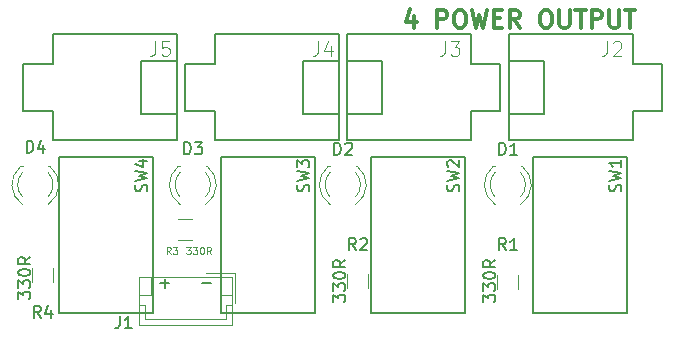
<source format=gbr>
%TF.GenerationSoftware,KiCad,Pcbnew,(5.1.9)-1*%
%TF.CreationDate,2021-03-02T23:28:56+00:00*%
%TF.ProjectId,Four Power Outlet,466f7572-2050-46f7-9765-72204f75746c,rev?*%
%TF.SameCoordinates,Original*%
%TF.FileFunction,Legend,Top*%
%TF.FilePolarity,Positive*%
%FSLAX46Y46*%
G04 Gerber Fmt 4.6, Leading zero omitted, Abs format (unit mm)*
G04 Created by KiCad (PCBNEW (5.1.9)-1) date 2021-03-02 23:28:56*
%MOMM*%
%LPD*%
G01*
G04 APERTURE LIST*
%ADD10C,0.300000*%
%ADD11C,0.150000*%
%ADD12C,0.120000*%
%ADD13C,0.127000*%
%ADD14C,0.100000*%
%ADD15C,0.101600*%
G04 APERTURE END LIST*
D10*
X110197428Y-101278571D02*
X110197428Y-102278571D01*
X109840285Y-100707142D02*
X109483142Y-101778571D01*
X110411714Y-101778571D01*
X112126000Y-102278571D02*
X112126000Y-100778571D01*
X112697428Y-100778571D01*
X112840285Y-100850000D01*
X112911714Y-100921428D01*
X112983142Y-101064285D01*
X112983142Y-101278571D01*
X112911714Y-101421428D01*
X112840285Y-101492857D01*
X112697428Y-101564285D01*
X112126000Y-101564285D01*
X113911714Y-100778571D02*
X114197428Y-100778571D01*
X114340285Y-100850000D01*
X114483142Y-100992857D01*
X114554571Y-101278571D01*
X114554571Y-101778571D01*
X114483142Y-102064285D01*
X114340285Y-102207142D01*
X114197428Y-102278571D01*
X113911714Y-102278571D01*
X113768857Y-102207142D01*
X113626000Y-102064285D01*
X113554571Y-101778571D01*
X113554571Y-101278571D01*
X113626000Y-100992857D01*
X113768857Y-100850000D01*
X113911714Y-100778571D01*
X115054571Y-100778571D02*
X115411714Y-102278571D01*
X115697428Y-101207142D01*
X115983142Y-102278571D01*
X116340285Y-100778571D01*
X116911714Y-101492857D02*
X117411714Y-101492857D01*
X117626000Y-102278571D02*
X116911714Y-102278571D01*
X116911714Y-100778571D01*
X117626000Y-100778571D01*
X119126000Y-102278571D02*
X118626000Y-101564285D01*
X118268857Y-102278571D02*
X118268857Y-100778571D01*
X118840285Y-100778571D01*
X118983142Y-100850000D01*
X119054571Y-100921428D01*
X119126000Y-101064285D01*
X119126000Y-101278571D01*
X119054571Y-101421428D01*
X118983142Y-101492857D01*
X118840285Y-101564285D01*
X118268857Y-101564285D01*
X121197428Y-100778571D02*
X121483142Y-100778571D01*
X121626000Y-100850000D01*
X121768857Y-100992857D01*
X121840285Y-101278571D01*
X121840285Y-101778571D01*
X121768857Y-102064285D01*
X121626000Y-102207142D01*
X121483142Y-102278571D01*
X121197428Y-102278571D01*
X121054571Y-102207142D01*
X120911714Y-102064285D01*
X120840285Y-101778571D01*
X120840285Y-101278571D01*
X120911714Y-100992857D01*
X121054571Y-100850000D01*
X121197428Y-100778571D01*
X122483142Y-100778571D02*
X122483142Y-101992857D01*
X122554571Y-102135714D01*
X122626000Y-102207142D01*
X122768857Y-102278571D01*
X123054571Y-102278571D01*
X123197428Y-102207142D01*
X123268857Y-102135714D01*
X123340285Y-101992857D01*
X123340285Y-100778571D01*
X123840285Y-100778571D02*
X124697428Y-100778571D01*
X124268857Y-102278571D02*
X124268857Y-100778571D01*
X125197428Y-102278571D02*
X125197428Y-100778571D01*
X125768857Y-100778571D01*
X125911714Y-100850000D01*
X125983142Y-100921428D01*
X126054571Y-101064285D01*
X126054571Y-101278571D01*
X125983142Y-101421428D01*
X125911714Y-101492857D01*
X125768857Y-101564285D01*
X125197428Y-101564285D01*
X126697428Y-100778571D02*
X126697428Y-101992857D01*
X126768857Y-102135714D01*
X126840285Y-102207142D01*
X126983142Y-102278571D01*
X127268857Y-102278571D01*
X127411714Y-102207142D01*
X127483142Y-102135714D01*
X127554571Y-101992857D01*
X127554571Y-100778571D01*
X128054571Y-100778571D02*
X128911714Y-100778571D01*
X128483142Y-102278571D02*
X128483142Y-100778571D01*
D11*
X88662142Y-123896428D02*
X89424047Y-123896428D01*
X89043095Y-124277380D02*
X89043095Y-123515476D01*
X92185952Y-123896428D02*
X92947857Y-123896428D01*
D12*
%TO.C,J1*%
X95025000Y-123080000D02*
X92525000Y-123080000D01*
X95025000Y-125580000D02*
X95025000Y-123080000D01*
X87925000Y-124880000D02*
X87925000Y-123380000D01*
X86925000Y-124880000D02*
X87925000Y-124880000D01*
X93725000Y-124880000D02*
X93725000Y-123380000D01*
X94725000Y-124880000D02*
X93725000Y-124880000D01*
X87425000Y-125730000D02*
X86925000Y-125730000D01*
X87425000Y-126980000D02*
X87425000Y-125730000D01*
X94225000Y-126980000D02*
X87425000Y-126980000D01*
X94225000Y-125730000D02*
X94225000Y-126980000D01*
X94725000Y-125730000D02*
X94225000Y-125730000D01*
X86925000Y-127480000D02*
X94725000Y-127480000D01*
X86925000Y-123380000D02*
X86925000Y-127480000D01*
X94725000Y-123380000D02*
X86925000Y-123380000D01*
X94725000Y-127480000D02*
X94725000Y-123380000D01*
D11*
%TO.C,SW4*%
X80075000Y-126460000D02*
X88075000Y-126460000D01*
X88075000Y-126460000D02*
X88075000Y-113260000D01*
X88075000Y-113260000D02*
X80075000Y-113260000D01*
X80075000Y-113260000D02*
X80075000Y-126460000D01*
D12*
%TO.C,R1*%
X117230000Y-124425000D02*
X117230000Y-123225000D01*
X118990000Y-123225000D02*
X118990000Y-124425000D01*
D11*
%TO.C,SW3*%
X93790000Y-126460000D02*
X101790000Y-126460000D01*
X101790000Y-126460000D02*
X101790000Y-113260000D01*
X101790000Y-113260000D02*
X93790000Y-113260000D01*
X93790000Y-113260000D02*
X93790000Y-126460000D01*
%TO.C,SW2*%
X106500000Y-126460000D02*
X114500000Y-126460000D01*
X114500000Y-126460000D02*
X114500000Y-113260000D01*
X114500000Y-113260000D02*
X106500000Y-113260000D01*
X106500000Y-113260000D02*
X106500000Y-126460000D01*
%TO.C,SW1*%
X120200000Y-126460000D02*
X128200000Y-126460000D01*
X128200000Y-126460000D02*
X128200000Y-113260000D01*
X128200000Y-113260000D02*
X120200000Y-113260000D01*
X120200000Y-113260000D02*
X120200000Y-126460000D01*
D12*
%TO.C,R4*%
X77860000Y-123790000D02*
X77860000Y-122590000D01*
X79620000Y-122590000D02*
X79620000Y-123790000D01*
%TO.C,R3*%
X90205000Y-118500000D02*
X91405000Y-118500000D01*
X91405000Y-120260000D02*
X90205000Y-120260000D01*
%TO.C,R2*%
X104530000Y-124345000D02*
X104530000Y-123145000D01*
X106290000Y-123145000D02*
X106290000Y-124345000D01*
D13*
%TO.C,J5*%
X77074000Y-109315000D02*
X77074000Y-105315000D01*
X77074000Y-109315000D02*
X79574000Y-109315000D01*
X77374000Y-105315000D02*
X77074000Y-105315000D01*
X79574000Y-105315000D02*
X77402000Y-105315000D01*
X87074000Y-109565000D02*
X90074000Y-109565000D01*
X87074000Y-105065000D02*
X87074000Y-109565000D01*
X90074000Y-105065000D02*
X87074000Y-105065000D01*
X79574000Y-111815000D02*
X90074000Y-111815000D01*
X79574000Y-109315000D02*
X79574000Y-111815000D01*
X79574000Y-102815000D02*
X79574000Y-105315000D01*
X90074000Y-102815000D02*
X79574000Y-102815000D01*
X90074000Y-108815000D02*
X90074000Y-111815000D01*
X90074000Y-105815000D02*
X90074000Y-108815000D01*
X90074000Y-102815000D02*
X90074000Y-105815000D01*
%TO.C,J4*%
X90790000Y-109315000D02*
X90790000Y-105315000D01*
X90790000Y-109315000D02*
X93290000Y-109315000D01*
X91090000Y-105315000D02*
X90790000Y-105315000D01*
X93290000Y-105315000D02*
X91118000Y-105315000D01*
X100790000Y-109565000D02*
X103790000Y-109565000D01*
X100790000Y-105065000D02*
X100790000Y-109565000D01*
X103790000Y-105065000D02*
X100790000Y-105065000D01*
X93290000Y-111815000D02*
X103790000Y-111815000D01*
X93290000Y-109315000D02*
X93290000Y-111815000D01*
X93290000Y-102815000D02*
X93290000Y-105315000D01*
X103790000Y-102815000D02*
X93290000Y-102815000D01*
X103790000Y-108815000D02*
X103790000Y-111815000D01*
X103790000Y-105815000D02*
X103790000Y-108815000D01*
X103790000Y-102815000D02*
X103790000Y-105815000D01*
%TO.C,J3*%
X117490000Y-105315000D02*
X117490000Y-109315000D01*
X117490000Y-105315000D02*
X114990000Y-105315000D01*
X117190000Y-109315000D02*
X117490000Y-109315000D01*
X114990000Y-109315000D02*
X117162000Y-109315000D01*
X107490000Y-105065000D02*
X104490000Y-105065000D01*
X107490000Y-109565000D02*
X107490000Y-105065000D01*
X104490000Y-109565000D02*
X107490000Y-109565000D01*
X114990000Y-102815000D02*
X104490000Y-102815000D01*
X114990000Y-105315000D02*
X114990000Y-102815000D01*
X114990000Y-111815000D02*
X114990000Y-109315000D01*
X104490000Y-111815000D02*
X114990000Y-111815000D01*
X104490000Y-105815000D02*
X104490000Y-102815000D01*
X104490000Y-108815000D02*
X104490000Y-105815000D01*
X104490000Y-111815000D02*
X104490000Y-108815000D01*
%TO.C,J2*%
X131206000Y-105315000D02*
X131206000Y-109315000D01*
X131206000Y-105315000D02*
X128706000Y-105315000D01*
X130906000Y-109315000D02*
X131206000Y-109315000D01*
X128706000Y-109315000D02*
X130878000Y-109315000D01*
X121206000Y-105065000D02*
X118206000Y-105065000D01*
X121206000Y-109565000D02*
X121206000Y-105065000D01*
X118206000Y-109565000D02*
X121206000Y-109565000D01*
X128706000Y-102815000D02*
X118206000Y-102815000D01*
X128706000Y-105315000D02*
X128706000Y-102815000D01*
X128706000Y-111815000D02*
X128706000Y-109315000D01*
X118206000Y-111815000D02*
X128706000Y-111815000D01*
X118206000Y-105815000D02*
X118206000Y-102815000D01*
X118206000Y-108815000D02*
X118206000Y-105815000D01*
X118206000Y-111815000D02*
X118206000Y-108815000D01*
D12*
%TO.C,D4*%
X77025000Y-114010000D02*
X76869000Y-114010000D01*
X79341000Y-114010000D02*
X79185000Y-114010000D01*
X79183608Y-117242335D02*
G75*
G03*
X79340516Y-114010000I-1078608J1672335D01*
G01*
X77026392Y-117242335D02*
G75*
G02*
X76869484Y-114010000I1078608J1672335D01*
G01*
X79184837Y-116611130D02*
G75*
G03*
X79185000Y-114529039I-1079837J1041130D01*
G01*
X77025163Y-116611130D02*
G75*
G02*
X77025000Y-114529039I1079837J1041130D01*
G01*
%TO.C,D3*%
X90360000Y-114010000D02*
X90204000Y-114010000D01*
X92676000Y-114010000D02*
X92520000Y-114010000D01*
X92518608Y-117242335D02*
G75*
G03*
X92675516Y-114010000I-1078608J1672335D01*
G01*
X90361392Y-117242335D02*
G75*
G02*
X90204484Y-114010000I1078608J1672335D01*
G01*
X92519837Y-116611130D02*
G75*
G03*
X92520000Y-114529039I-1079837J1041130D01*
G01*
X90360163Y-116611130D02*
G75*
G02*
X90360000Y-114529039I1079837J1041130D01*
G01*
%TO.C,D2*%
X103060000Y-114010000D02*
X102904000Y-114010000D01*
X105376000Y-114010000D02*
X105220000Y-114010000D01*
X105218608Y-117242335D02*
G75*
G03*
X105375516Y-114010000I-1078608J1672335D01*
G01*
X103061392Y-117242335D02*
G75*
G02*
X102904484Y-114010000I1078608J1672335D01*
G01*
X105219837Y-116611130D02*
G75*
G03*
X105220000Y-114529039I-1079837J1041130D01*
G01*
X103060163Y-116611130D02*
G75*
G02*
X103060000Y-114529039I1079837J1041130D01*
G01*
%TO.C,D1*%
X117030000Y-114010000D02*
X116874000Y-114010000D01*
X119346000Y-114010000D02*
X119190000Y-114010000D01*
X119188608Y-117242335D02*
G75*
G03*
X119345516Y-114010000I-1078608J1672335D01*
G01*
X117031392Y-117242335D02*
G75*
G02*
X116874484Y-114010000I1078608J1672335D01*
G01*
X119189837Y-116611130D02*
G75*
G03*
X119190000Y-114529039I-1079837J1041130D01*
G01*
X117030163Y-116611130D02*
G75*
G02*
X117030000Y-114529039I1079837J1041130D01*
G01*
%TO.C,J1*%
D11*
X85264666Y-126706380D02*
X85264666Y-127420666D01*
X85217047Y-127563523D01*
X85121809Y-127658761D01*
X84978952Y-127706380D01*
X84883714Y-127706380D01*
X86264666Y-127706380D02*
X85693238Y-127706380D01*
X85978952Y-127706380D02*
X85978952Y-126706380D01*
X85883714Y-126849238D01*
X85788476Y-126944476D01*
X85693238Y-126992095D01*
%TO.C,SW4*%
X87526761Y-116141333D02*
X87574380Y-115998476D01*
X87574380Y-115760380D01*
X87526761Y-115665142D01*
X87479142Y-115617523D01*
X87383904Y-115569904D01*
X87288666Y-115569904D01*
X87193428Y-115617523D01*
X87145809Y-115665142D01*
X87098190Y-115760380D01*
X87050571Y-115950857D01*
X87002952Y-116046095D01*
X86955333Y-116093714D01*
X86860095Y-116141333D01*
X86764857Y-116141333D01*
X86669619Y-116093714D01*
X86622000Y-116046095D01*
X86574380Y-115950857D01*
X86574380Y-115712761D01*
X86622000Y-115569904D01*
X86574380Y-115236571D02*
X87574380Y-114998476D01*
X86860095Y-114808000D01*
X87574380Y-114617523D01*
X86574380Y-114379428D01*
X86907714Y-113569904D02*
X87574380Y-113569904D01*
X86526761Y-113808000D02*
X87241047Y-114046095D01*
X87241047Y-113427047D01*
%TO.C,R1*%
X117943333Y-121102380D02*
X117610000Y-120626190D01*
X117371904Y-121102380D02*
X117371904Y-120102380D01*
X117752857Y-120102380D01*
X117848095Y-120150000D01*
X117895714Y-120197619D01*
X117943333Y-120292857D01*
X117943333Y-120435714D01*
X117895714Y-120530952D01*
X117848095Y-120578571D01*
X117752857Y-120626190D01*
X117371904Y-120626190D01*
X118895714Y-121102380D02*
X118324285Y-121102380D01*
X118610000Y-121102380D02*
X118610000Y-120102380D01*
X118514761Y-120245238D01*
X118419523Y-120340476D01*
X118324285Y-120388095D01*
X116038380Y-125483714D02*
X116038380Y-124864666D01*
X116419333Y-125198000D01*
X116419333Y-125055142D01*
X116466952Y-124959904D01*
X116514571Y-124912285D01*
X116609809Y-124864666D01*
X116847904Y-124864666D01*
X116943142Y-124912285D01*
X116990761Y-124959904D01*
X117038380Y-125055142D01*
X117038380Y-125340857D01*
X116990761Y-125436095D01*
X116943142Y-125483714D01*
X116038380Y-124531333D02*
X116038380Y-123912285D01*
X116419333Y-124245619D01*
X116419333Y-124102761D01*
X116466952Y-124007523D01*
X116514571Y-123959904D01*
X116609809Y-123912285D01*
X116847904Y-123912285D01*
X116943142Y-123959904D01*
X116990761Y-124007523D01*
X117038380Y-124102761D01*
X117038380Y-124388476D01*
X116990761Y-124483714D01*
X116943142Y-124531333D01*
X116038380Y-123293238D02*
X116038380Y-123198000D01*
X116086000Y-123102761D01*
X116133619Y-123055142D01*
X116228857Y-123007523D01*
X116419333Y-122959904D01*
X116657428Y-122959904D01*
X116847904Y-123007523D01*
X116943142Y-123055142D01*
X116990761Y-123102761D01*
X117038380Y-123198000D01*
X117038380Y-123293238D01*
X116990761Y-123388476D01*
X116943142Y-123436095D01*
X116847904Y-123483714D01*
X116657428Y-123531333D01*
X116419333Y-123531333D01*
X116228857Y-123483714D01*
X116133619Y-123436095D01*
X116086000Y-123388476D01*
X116038380Y-123293238D01*
X117038380Y-121959904D02*
X116562190Y-122293238D01*
X117038380Y-122531333D02*
X116038380Y-122531333D01*
X116038380Y-122150380D01*
X116086000Y-122055142D01*
X116133619Y-122007523D01*
X116228857Y-121959904D01*
X116371714Y-121959904D01*
X116466952Y-122007523D01*
X116514571Y-122055142D01*
X116562190Y-122150380D01*
X116562190Y-122531333D01*
%TO.C,SW3*%
X101242761Y-116141333D02*
X101290380Y-115998476D01*
X101290380Y-115760380D01*
X101242761Y-115665142D01*
X101195142Y-115617523D01*
X101099904Y-115569904D01*
X101004666Y-115569904D01*
X100909428Y-115617523D01*
X100861809Y-115665142D01*
X100814190Y-115760380D01*
X100766571Y-115950857D01*
X100718952Y-116046095D01*
X100671333Y-116093714D01*
X100576095Y-116141333D01*
X100480857Y-116141333D01*
X100385619Y-116093714D01*
X100338000Y-116046095D01*
X100290380Y-115950857D01*
X100290380Y-115712761D01*
X100338000Y-115569904D01*
X100290380Y-115236571D02*
X101290380Y-114998476D01*
X100576095Y-114808000D01*
X101290380Y-114617523D01*
X100290380Y-114379428D01*
X100290380Y-114093714D02*
X100290380Y-113474666D01*
X100671333Y-113808000D01*
X100671333Y-113665142D01*
X100718952Y-113569904D01*
X100766571Y-113522285D01*
X100861809Y-113474666D01*
X101099904Y-113474666D01*
X101195142Y-113522285D01*
X101242761Y-113569904D01*
X101290380Y-113665142D01*
X101290380Y-113950857D01*
X101242761Y-114046095D01*
X101195142Y-114093714D01*
%TO.C,SW2*%
X113942761Y-116141333D02*
X113990380Y-115998476D01*
X113990380Y-115760380D01*
X113942761Y-115665142D01*
X113895142Y-115617523D01*
X113799904Y-115569904D01*
X113704666Y-115569904D01*
X113609428Y-115617523D01*
X113561809Y-115665142D01*
X113514190Y-115760380D01*
X113466571Y-115950857D01*
X113418952Y-116046095D01*
X113371333Y-116093714D01*
X113276095Y-116141333D01*
X113180857Y-116141333D01*
X113085619Y-116093714D01*
X113038000Y-116046095D01*
X112990380Y-115950857D01*
X112990380Y-115712761D01*
X113038000Y-115569904D01*
X112990380Y-115236571D02*
X113990380Y-114998476D01*
X113276095Y-114808000D01*
X113990380Y-114617523D01*
X112990380Y-114379428D01*
X113085619Y-114046095D02*
X113038000Y-113998476D01*
X112990380Y-113903238D01*
X112990380Y-113665142D01*
X113038000Y-113569904D01*
X113085619Y-113522285D01*
X113180857Y-113474666D01*
X113276095Y-113474666D01*
X113418952Y-113522285D01*
X113990380Y-114093714D01*
X113990380Y-113474666D01*
%TO.C,SW1*%
X127658761Y-116141333D02*
X127706380Y-115998476D01*
X127706380Y-115760380D01*
X127658761Y-115665142D01*
X127611142Y-115617523D01*
X127515904Y-115569904D01*
X127420666Y-115569904D01*
X127325428Y-115617523D01*
X127277809Y-115665142D01*
X127230190Y-115760380D01*
X127182571Y-115950857D01*
X127134952Y-116046095D01*
X127087333Y-116093714D01*
X126992095Y-116141333D01*
X126896857Y-116141333D01*
X126801619Y-116093714D01*
X126754000Y-116046095D01*
X126706380Y-115950857D01*
X126706380Y-115712761D01*
X126754000Y-115569904D01*
X126706380Y-115236571D02*
X127706380Y-114998476D01*
X126992095Y-114808000D01*
X127706380Y-114617523D01*
X126706380Y-114379428D01*
X127706380Y-113474666D02*
X127706380Y-114046095D01*
X127706380Y-113760380D02*
X126706380Y-113760380D01*
X126849238Y-113855619D01*
X126944476Y-113950857D01*
X126992095Y-114046095D01*
%TO.C,R4*%
X78573333Y-126817380D02*
X78240000Y-126341190D01*
X78001904Y-126817380D02*
X78001904Y-125817380D01*
X78382857Y-125817380D01*
X78478095Y-125865000D01*
X78525714Y-125912619D01*
X78573333Y-126007857D01*
X78573333Y-126150714D01*
X78525714Y-126245952D01*
X78478095Y-126293571D01*
X78382857Y-126341190D01*
X78001904Y-126341190D01*
X79430476Y-126150714D02*
X79430476Y-126817380D01*
X79192380Y-125769761D02*
X78954285Y-126484047D01*
X79573333Y-126484047D01*
X76668380Y-125229714D02*
X76668380Y-124610666D01*
X77049333Y-124944000D01*
X77049333Y-124801142D01*
X77096952Y-124705904D01*
X77144571Y-124658285D01*
X77239809Y-124610666D01*
X77477904Y-124610666D01*
X77573142Y-124658285D01*
X77620761Y-124705904D01*
X77668380Y-124801142D01*
X77668380Y-125086857D01*
X77620761Y-125182095D01*
X77573142Y-125229714D01*
X76668380Y-124277333D02*
X76668380Y-123658285D01*
X77049333Y-123991619D01*
X77049333Y-123848761D01*
X77096952Y-123753523D01*
X77144571Y-123705904D01*
X77239809Y-123658285D01*
X77477904Y-123658285D01*
X77573142Y-123705904D01*
X77620761Y-123753523D01*
X77668380Y-123848761D01*
X77668380Y-124134476D01*
X77620761Y-124229714D01*
X77573142Y-124277333D01*
X76668380Y-123039238D02*
X76668380Y-122944000D01*
X76716000Y-122848761D01*
X76763619Y-122801142D01*
X76858857Y-122753523D01*
X77049333Y-122705904D01*
X77287428Y-122705904D01*
X77477904Y-122753523D01*
X77573142Y-122801142D01*
X77620761Y-122848761D01*
X77668380Y-122944000D01*
X77668380Y-123039238D01*
X77620761Y-123134476D01*
X77573142Y-123182095D01*
X77477904Y-123229714D01*
X77287428Y-123277333D01*
X77049333Y-123277333D01*
X76858857Y-123229714D01*
X76763619Y-123182095D01*
X76716000Y-123134476D01*
X76668380Y-123039238D01*
X77668380Y-121705904D02*
X77192190Y-122039238D01*
X77668380Y-122277333D02*
X76668380Y-122277333D01*
X76668380Y-121896380D01*
X76716000Y-121801142D01*
X76763619Y-121753523D01*
X76858857Y-121705904D01*
X77001714Y-121705904D01*
X77096952Y-121753523D01*
X77144571Y-121801142D01*
X77192190Y-121896380D01*
X77192190Y-122277333D01*
%TO.C,R3*%
D14*
X89562000Y-121429428D02*
X89362000Y-121143714D01*
X89219142Y-121429428D02*
X89219142Y-120829428D01*
X89447714Y-120829428D01*
X89504857Y-120858000D01*
X89533428Y-120886571D01*
X89562000Y-120943714D01*
X89562000Y-121029428D01*
X89533428Y-121086571D01*
X89504857Y-121115142D01*
X89447714Y-121143714D01*
X89219142Y-121143714D01*
X89762000Y-120829428D02*
X90133428Y-120829428D01*
X89933428Y-121058000D01*
X90019142Y-121058000D01*
X90076285Y-121086571D01*
X90104857Y-121115142D01*
X90133428Y-121172285D01*
X90133428Y-121315142D01*
X90104857Y-121372285D01*
X90076285Y-121400857D01*
X90019142Y-121429428D01*
X89847714Y-121429428D01*
X89790571Y-121400857D01*
X89762000Y-121372285D01*
X90876571Y-120829428D02*
X91248000Y-120829428D01*
X91048000Y-121058000D01*
X91133714Y-121058000D01*
X91190857Y-121086571D01*
X91219428Y-121115142D01*
X91248000Y-121172285D01*
X91248000Y-121315142D01*
X91219428Y-121372285D01*
X91190857Y-121400857D01*
X91133714Y-121429428D01*
X90962285Y-121429428D01*
X90905142Y-121400857D01*
X90876571Y-121372285D01*
X91448000Y-120829428D02*
X91819428Y-120829428D01*
X91619428Y-121058000D01*
X91705142Y-121058000D01*
X91762285Y-121086571D01*
X91790857Y-121115142D01*
X91819428Y-121172285D01*
X91819428Y-121315142D01*
X91790857Y-121372285D01*
X91762285Y-121400857D01*
X91705142Y-121429428D01*
X91533714Y-121429428D01*
X91476571Y-121400857D01*
X91448000Y-121372285D01*
X92190857Y-120829428D02*
X92248000Y-120829428D01*
X92305142Y-120858000D01*
X92333714Y-120886571D01*
X92362285Y-120943714D01*
X92390857Y-121058000D01*
X92390857Y-121200857D01*
X92362285Y-121315142D01*
X92333714Y-121372285D01*
X92305142Y-121400857D01*
X92248000Y-121429428D01*
X92190857Y-121429428D01*
X92133714Y-121400857D01*
X92105142Y-121372285D01*
X92076571Y-121315142D01*
X92048000Y-121200857D01*
X92048000Y-121058000D01*
X92076571Y-120943714D01*
X92105142Y-120886571D01*
X92133714Y-120858000D01*
X92190857Y-120829428D01*
X92990857Y-121429428D02*
X92790857Y-121143714D01*
X92648000Y-121429428D02*
X92648000Y-120829428D01*
X92876571Y-120829428D01*
X92933714Y-120858000D01*
X92962285Y-120886571D01*
X92990857Y-120943714D01*
X92990857Y-121029428D01*
X92962285Y-121086571D01*
X92933714Y-121115142D01*
X92876571Y-121143714D01*
X92648000Y-121143714D01*
%TO.C,R2*%
D11*
X105243333Y-121102380D02*
X104910000Y-120626190D01*
X104671904Y-121102380D02*
X104671904Y-120102380D01*
X105052857Y-120102380D01*
X105148095Y-120150000D01*
X105195714Y-120197619D01*
X105243333Y-120292857D01*
X105243333Y-120435714D01*
X105195714Y-120530952D01*
X105148095Y-120578571D01*
X105052857Y-120626190D01*
X104671904Y-120626190D01*
X105624285Y-120197619D02*
X105671904Y-120150000D01*
X105767142Y-120102380D01*
X106005238Y-120102380D01*
X106100476Y-120150000D01*
X106148095Y-120197619D01*
X106195714Y-120292857D01*
X106195714Y-120388095D01*
X106148095Y-120530952D01*
X105576666Y-121102380D01*
X106195714Y-121102380D01*
X103338380Y-125483714D02*
X103338380Y-124864666D01*
X103719333Y-125198000D01*
X103719333Y-125055142D01*
X103766952Y-124959904D01*
X103814571Y-124912285D01*
X103909809Y-124864666D01*
X104147904Y-124864666D01*
X104243142Y-124912285D01*
X104290761Y-124959904D01*
X104338380Y-125055142D01*
X104338380Y-125340857D01*
X104290761Y-125436095D01*
X104243142Y-125483714D01*
X103338380Y-124531333D02*
X103338380Y-123912285D01*
X103719333Y-124245619D01*
X103719333Y-124102761D01*
X103766952Y-124007523D01*
X103814571Y-123959904D01*
X103909809Y-123912285D01*
X104147904Y-123912285D01*
X104243142Y-123959904D01*
X104290761Y-124007523D01*
X104338380Y-124102761D01*
X104338380Y-124388476D01*
X104290761Y-124483714D01*
X104243142Y-124531333D01*
X103338380Y-123293238D02*
X103338380Y-123198000D01*
X103386000Y-123102761D01*
X103433619Y-123055142D01*
X103528857Y-123007523D01*
X103719333Y-122959904D01*
X103957428Y-122959904D01*
X104147904Y-123007523D01*
X104243142Y-123055142D01*
X104290761Y-123102761D01*
X104338380Y-123198000D01*
X104338380Y-123293238D01*
X104290761Y-123388476D01*
X104243142Y-123436095D01*
X104147904Y-123483714D01*
X103957428Y-123531333D01*
X103719333Y-123531333D01*
X103528857Y-123483714D01*
X103433619Y-123436095D01*
X103386000Y-123388476D01*
X103338380Y-123293238D01*
X104338380Y-121959904D02*
X103862190Y-122293238D01*
X104338380Y-122531333D02*
X103338380Y-122531333D01*
X103338380Y-122150380D01*
X103386000Y-122055142D01*
X103433619Y-122007523D01*
X103528857Y-121959904D01*
X103671714Y-121959904D01*
X103766952Y-122007523D01*
X103814571Y-122055142D01*
X103862190Y-122150380D01*
X103862190Y-122531333D01*
%TO.C,J5*%
D15*
X88277216Y-103434847D02*
X88277216Y-104296633D01*
X88219763Y-104468990D01*
X88104859Y-104583895D01*
X87932501Y-104641347D01*
X87817597Y-104641347D01*
X89426263Y-103434847D02*
X88851740Y-103434847D01*
X88794287Y-104009371D01*
X88851740Y-103951919D01*
X88966644Y-103894466D01*
X89253906Y-103894466D01*
X89368811Y-103951919D01*
X89426263Y-104009371D01*
X89483716Y-104124276D01*
X89483716Y-104411538D01*
X89426263Y-104526442D01*
X89368811Y-104583895D01*
X89253906Y-104641347D01*
X88966644Y-104641347D01*
X88851740Y-104583895D01*
X88794287Y-104526442D01*
%TO.C,J4*%
X102044016Y-103434847D02*
X102044016Y-104296633D01*
X101986563Y-104468990D01*
X101871659Y-104583895D01*
X101699301Y-104641347D01*
X101584397Y-104641347D01*
X103135611Y-103837014D02*
X103135611Y-104641347D01*
X102848349Y-103377395D02*
X102561087Y-104239180D01*
X103307968Y-104239180D01*
%TO.C,J3*%
X112797650Y-103436047D02*
X112797650Y-104297833D01*
X112740198Y-104470190D01*
X112625293Y-104585095D01*
X112452936Y-104642547D01*
X112338031Y-104642547D01*
X113257269Y-103436047D02*
X114004150Y-103436047D01*
X113601983Y-103895666D01*
X113774340Y-103895666D01*
X113889245Y-103953119D01*
X113946698Y-104010571D01*
X114004150Y-104125476D01*
X114004150Y-104412738D01*
X113946698Y-104527642D01*
X113889245Y-104585095D01*
X113774340Y-104642547D01*
X113429626Y-104642547D01*
X113314721Y-104585095D01*
X113257269Y-104527642D01*
%TO.C,J2*%
X126513650Y-103436047D02*
X126513650Y-104297833D01*
X126456198Y-104470190D01*
X126341293Y-104585095D01*
X126168936Y-104642547D01*
X126054031Y-104642547D01*
X127030721Y-103550952D02*
X127088174Y-103493500D01*
X127203079Y-103436047D01*
X127490340Y-103436047D01*
X127605245Y-103493500D01*
X127662698Y-103550952D01*
X127720150Y-103665857D01*
X127720150Y-103780761D01*
X127662698Y-103953119D01*
X126973269Y-104642547D01*
X127720150Y-104642547D01*
%TO.C,D4*%
D11*
X77366904Y-112847380D02*
X77366904Y-111847380D01*
X77605000Y-111847380D01*
X77747857Y-111895000D01*
X77843095Y-111990238D01*
X77890714Y-112085476D01*
X77938333Y-112275952D01*
X77938333Y-112418809D01*
X77890714Y-112609285D01*
X77843095Y-112704523D01*
X77747857Y-112799761D01*
X77605000Y-112847380D01*
X77366904Y-112847380D01*
X78795476Y-112180714D02*
X78795476Y-112847380D01*
X78557380Y-111799761D02*
X78319285Y-112514047D01*
X78938333Y-112514047D01*
%TO.C,D3*%
X90701904Y-112974380D02*
X90701904Y-111974380D01*
X90940000Y-111974380D01*
X91082857Y-112022000D01*
X91178095Y-112117238D01*
X91225714Y-112212476D01*
X91273333Y-112402952D01*
X91273333Y-112545809D01*
X91225714Y-112736285D01*
X91178095Y-112831523D01*
X91082857Y-112926761D01*
X90940000Y-112974380D01*
X90701904Y-112974380D01*
X91606666Y-111974380D02*
X92225714Y-111974380D01*
X91892380Y-112355333D01*
X92035238Y-112355333D01*
X92130476Y-112402952D01*
X92178095Y-112450571D01*
X92225714Y-112545809D01*
X92225714Y-112783904D01*
X92178095Y-112879142D01*
X92130476Y-112926761D01*
X92035238Y-112974380D01*
X91749523Y-112974380D01*
X91654285Y-112926761D01*
X91606666Y-112879142D01*
%TO.C,D2*%
X103401904Y-113025180D02*
X103401904Y-112025180D01*
X103640000Y-112025180D01*
X103782857Y-112072800D01*
X103878095Y-112168038D01*
X103925714Y-112263276D01*
X103973333Y-112453752D01*
X103973333Y-112596609D01*
X103925714Y-112787085D01*
X103878095Y-112882323D01*
X103782857Y-112977561D01*
X103640000Y-113025180D01*
X103401904Y-113025180D01*
X104354285Y-112120419D02*
X104401904Y-112072800D01*
X104497142Y-112025180D01*
X104735238Y-112025180D01*
X104830476Y-112072800D01*
X104878095Y-112120419D01*
X104925714Y-112215657D01*
X104925714Y-112310895D01*
X104878095Y-112453752D01*
X104306666Y-113025180D01*
X104925714Y-113025180D01*
%TO.C,D1*%
X117371904Y-113025180D02*
X117371904Y-112025180D01*
X117610000Y-112025180D01*
X117752857Y-112072800D01*
X117848095Y-112168038D01*
X117895714Y-112263276D01*
X117943333Y-112453752D01*
X117943333Y-112596609D01*
X117895714Y-112787085D01*
X117848095Y-112882323D01*
X117752857Y-112977561D01*
X117610000Y-113025180D01*
X117371904Y-113025180D01*
X118895714Y-113025180D02*
X118324285Y-113025180D01*
X118610000Y-113025180D02*
X118610000Y-112025180D01*
X118514761Y-112168038D01*
X118419523Y-112263276D01*
X118324285Y-112310895D01*
%TD*%
M02*

</source>
